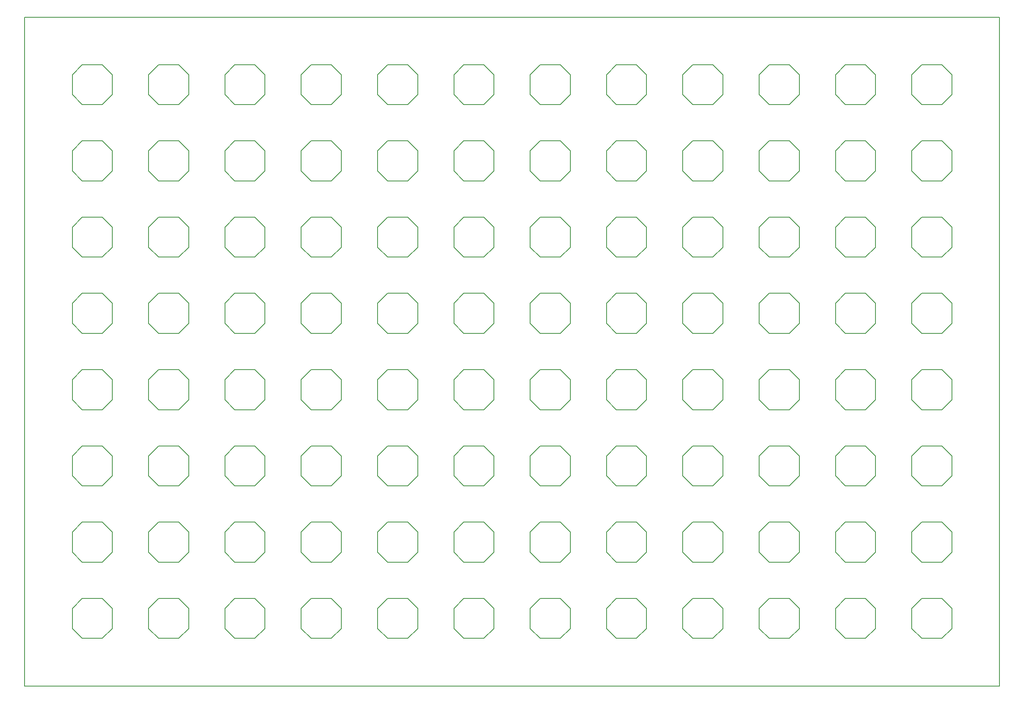
<source format=gko>
G04 DipTrace 2.4.0.2*
%INDRV2605panel2.gko*%
%MOIN*%
%ADD11C,0.0055*%
%FSLAX44Y44*%
G04*
G70*
G90*
G75*
G01*
%LNBoardOutline*%
%LPD*%
X3937Y6427D2*
D11*
X4757Y7257D1*
X6427D1*
X7257Y6427D1*
Y4767D1*
X6427Y3937D1*
X4757D1*
X3937Y4767D1*
Y6427D1*
X10257D2*
X11077Y7257D1*
X12747D1*
X13577Y6427D1*
Y4767D1*
X12747Y3937D1*
X11077D1*
X10257Y4767D1*
Y6427D1*
X16577D2*
X17397Y7257D1*
X19067D1*
X19897Y6427D1*
Y4767D1*
X19067Y3937D1*
X17397D1*
X16577Y4767D1*
Y6427D1*
X22897D2*
X23717Y7257D1*
X25387D1*
X26217Y6427D1*
Y4767D1*
X25387Y3937D1*
X23717D1*
X22897Y4767D1*
Y6427D1*
X29217D2*
X30037Y7257D1*
X31707D1*
X32537Y6427D1*
Y4767D1*
X31707Y3937D1*
X30037D1*
X29217Y4767D1*
Y6427D1*
X35537D2*
X36357Y7257D1*
X38027D1*
X38857Y6427D1*
Y4767D1*
X38027Y3937D1*
X36357D1*
X35537Y4767D1*
Y6427D1*
X41857D2*
X42677Y7257D1*
X44347D1*
X45177Y6427D1*
Y4767D1*
X44347Y3937D1*
X42677D1*
X41857Y4767D1*
Y6427D1*
X48177D2*
X48997Y7257D1*
X50667D1*
X51497Y6427D1*
Y4767D1*
X50667Y3937D1*
X48997D1*
X48177Y4767D1*
Y6427D1*
X54497D2*
X55317Y7257D1*
X56987D1*
X57817Y6427D1*
Y4767D1*
X56987Y3937D1*
X55317D1*
X54497Y4767D1*
Y6427D1*
X60817D2*
X61637Y7257D1*
X63307D1*
X64137Y6427D1*
Y4767D1*
X63307Y3937D1*
X61637D1*
X60817Y4767D1*
Y6427D1*
X67137D2*
X67957Y7257D1*
X69627D1*
X70457Y6427D1*
Y4767D1*
X69627Y3937D1*
X67957D1*
X67137Y4767D1*
Y6427D1*
X73457D2*
X74277Y7257D1*
X75947D1*
X76777Y6427D1*
Y4767D1*
X75947Y3937D1*
X74277D1*
X73457Y4767D1*
Y6427D1*
X3937Y12747D2*
X4757Y13577D1*
X6427D1*
X7257Y12747D1*
Y11087D1*
X6427Y10257D1*
X4757D1*
X3937Y11087D1*
Y12747D1*
X10257D2*
X11077Y13577D1*
X12747D1*
X13577Y12747D1*
Y11087D1*
X12747Y10257D1*
X11077D1*
X10257Y11087D1*
Y12747D1*
X16577D2*
X17397Y13577D1*
X19067D1*
X19897Y12747D1*
Y11087D1*
X19067Y10257D1*
X17397D1*
X16577Y11087D1*
Y12747D1*
X22897D2*
X23717Y13577D1*
X25387D1*
X26217Y12747D1*
Y11087D1*
X25387Y10257D1*
X23717D1*
X22897Y11087D1*
Y12747D1*
X29217D2*
X30037Y13577D1*
X31707D1*
X32537Y12747D1*
Y11087D1*
X31707Y10257D1*
X30037D1*
X29217Y11087D1*
Y12747D1*
X35537D2*
X36357Y13577D1*
X38027D1*
X38857Y12747D1*
Y11087D1*
X38027Y10257D1*
X36357D1*
X35537Y11087D1*
Y12747D1*
X41857D2*
X42677Y13577D1*
X44347D1*
X45177Y12747D1*
Y11087D1*
X44347Y10257D1*
X42677D1*
X41857Y11087D1*
Y12747D1*
X48177D2*
X48997Y13577D1*
X50667D1*
X51497Y12747D1*
Y11087D1*
X50667Y10257D1*
X48997D1*
X48177Y11087D1*
Y12747D1*
X54497D2*
X55317Y13577D1*
X56987D1*
X57817Y12747D1*
Y11087D1*
X56987Y10257D1*
X55317D1*
X54497Y11087D1*
Y12747D1*
X60817D2*
X61637Y13577D1*
X63307D1*
X64137Y12747D1*
Y11087D1*
X63307Y10257D1*
X61637D1*
X60817Y11087D1*
Y12747D1*
X67137D2*
X67957Y13577D1*
X69627D1*
X70457Y12747D1*
Y11087D1*
X69627Y10257D1*
X67957D1*
X67137Y11087D1*
Y12747D1*
X73457D2*
X74277Y13577D1*
X75947D1*
X76777Y12747D1*
Y11087D1*
X75947Y10257D1*
X74277D1*
X73457Y11087D1*
Y12747D1*
X3937Y19067D2*
X4757Y19897D1*
X6427D1*
X7257Y19067D1*
Y17407D1*
X6427Y16577D1*
X4757D1*
X3937Y17407D1*
Y19067D1*
X10257D2*
X11077Y19897D1*
X12747D1*
X13577Y19067D1*
Y17407D1*
X12747Y16577D1*
X11077D1*
X10257Y17407D1*
Y19067D1*
X16577D2*
X17397Y19897D1*
X19067D1*
X19897Y19067D1*
Y17407D1*
X19067Y16577D1*
X17397D1*
X16577Y17407D1*
Y19067D1*
X22897D2*
X23717Y19897D1*
X25387D1*
X26217Y19067D1*
Y17407D1*
X25387Y16577D1*
X23717D1*
X22897Y17407D1*
Y19067D1*
X29217D2*
X30037Y19897D1*
X31707D1*
X32537Y19067D1*
Y17407D1*
X31707Y16577D1*
X30037D1*
X29217Y17407D1*
Y19067D1*
X35537D2*
X36357Y19897D1*
X38027D1*
X38857Y19067D1*
Y17407D1*
X38027Y16577D1*
X36357D1*
X35537Y17407D1*
Y19067D1*
X41857D2*
X42677Y19897D1*
X44347D1*
X45177Y19067D1*
Y17407D1*
X44347Y16577D1*
X42677D1*
X41857Y17407D1*
Y19067D1*
X48177D2*
X48997Y19897D1*
X50667D1*
X51497Y19067D1*
Y17407D1*
X50667Y16577D1*
X48997D1*
X48177Y17407D1*
Y19067D1*
X54497D2*
X55317Y19897D1*
X56987D1*
X57817Y19067D1*
Y17407D1*
X56987Y16577D1*
X55317D1*
X54497Y17407D1*
Y19067D1*
X60817D2*
X61637Y19897D1*
X63307D1*
X64137Y19067D1*
Y17407D1*
X63307Y16577D1*
X61637D1*
X60817Y17407D1*
Y19067D1*
X67137D2*
X67957Y19897D1*
X69627D1*
X70457Y19067D1*
Y17407D1*
X69627Y16577D1*
X67957D1*
X67137Y17407D1*
Y19067D1*
X73457D2*
X74277Y19897D1*
X75947D1*
X76777Y19067D1*
Y17407D1*
X75947Y16577D1*
X74277D1*
X73457Y17407D1*
Y19067D1*
X3937Y25387D2*
X4757Y26217D1*
X6427D1*
X7257Y25387D1*
Y23727D1*
X6427Y22897D1*
X4757D1*
X3937Y23727D1*
Y25387D1*
X10257D2*
X11077Y26217D1*
X12747D1*
X13577Y25387D1*
Y23727D1*
X12747Y22897D1*
X11077D1*
X10257Y23727D1*
Y25387D1*
X16577D2*
X17397Y26217D1*
X19067D1*
X19897Y25387D1*
Y23727D1*
X19067Y22897D1*
X17397D1*
X16577Y23727D1*
Y25387D1*
X22897D2*
X23717Y26217D1*
X25387D1*
X26217Y25387D1*
Y23727D1*
X25387Y22897D1*
X23717D1*
X22897Y23727D1*
Y25387D1*
X29217D2*
X30037Y26217D1*
X31707D1*
X32537Y25387D1*
Y23727D1*
X31707Y22897D1*
X30037D1*
X29217Y23727D1*
Y25387D1*
X35537D2*
X36357Y26217D1*
X38027D1*
X38857Y25387D1*
Y23727D1*
X38027Y22897D1*
X36357D1*
X35537Y23727D1*
Y25387D1*
X41857D2*
X42677Y26217D1*
X44347D1*
X45177Y25387D1*
Y23727D1*
X44347Y22897D1*
X42677D1*
X41857Y23727D1*
Y25387D1*
X48177D2*
X48997Y26217D1*
X50667D1*
X51497Y25387D1*
Y23727D1*
X50667Y22897D1*
X48997D1*
X48177Y23727D1*
Y25387D1*
X54497D2*
X55317Y26217D1*
X56987D1*
X57817Y25387D1*
Y23727D1*
X56987Y22897D1*
X55317D1*
X54497Y23727D1*
Y25387D1*
X60817D2*
X61637Y26217D1*
X63307D1*
X64137Y25387D1*
Y23727D1*
X63307Y22897D1*
X61637D1*
X60817Y23727D1*
Y25387D1*
X67137D2*
X67957Y26217D1*
X69627D1*
X70457Y25387D1*
Y23727D1*
X69627Y22897D1*
X67957D1*
X67137Y23727D1*
Y25387D1*
X73457D2*
X74277Y26217D1*
X75947D1*
X76777Y25387D1*
Y23727D1*
X75947Y22897D1*
X74277D1*
X73457Y23727D1*
Y25387D1*
X3937Y31707D2*
X4757Y32537D1*
X6427D1*
X7257Y31707D1*
Y30047D1*
X6427Y29217D1*
X4757D1*
X3937Y30047D1*
Y31707D1*
X10257D2*
X11077Y32537D1*
X12747D1*
X13577Y31707D1*
Y30047D1*
X12747Y29217D1*
X11077D1*
X10257Y30047D1*
Y31707D1*
X16577D2*
X17397Y32537D1*
X19067D1*
X19897Y31707D1*
Y30047D1*
X19067Y29217D1*
X17397D1*
X16577Y30047D1*
Y31707D1*
X22897D2*
X23717Y32537D1*
X25387D1*
X26217Y31707D1*
Y30047D1*
X25387Y29217D1*
X23717D1*
X22897Y30047D1*
Y31707D1*
X29217D2*
X30037Y32537D1*
X31707D1*
X32537Y31707D1*
Y30047D1*
X31707Y29217D1*
X30037D1*
X29217Y30047D1*
Y31707D1*
X35537D2*
X36357Y32537D1*
X38027D1*
X38857Y31707D1*
Y30047D1*
X38027Y29217D1*
X36357D1*
X35537Y30047D1*
Y31707D1*
X41857D2*
X42677Y32537D1*
X44347D1*
X45177Y31707D1*
Y30047D1*
X44347Y29217D1*
X42677D1*
X41857Y30047D1*
Y31707D1*
X48177D2*
X48997Y32537D1*
X50667D1*
X51497Y31707D1*
Y30047D1*
X50667Y29217D1*
X48997D1*
X48177Y30047D1*
Y31707D1*
X54497D2*
X55317Y32537D1*
X56987D1*
X57817Y31707D1*
Y30047D1*
X56987Y29217D1*
X55317D1*
X54497Y30047D1*
Y31707D1*
X60817D2*
X61637Y32537D1*
X63307D1*
X64137Y31707D1*
Y30047D1*
X63307Y29217D1*
X61637D1*
X60817Y30047D1*
Y31707D1*
X67137D2*
X67957Y32537D1*
X69627D1*
X70457Y31707D1*
Y30047D1*
X69627Y29217D1*
X67957D1*
X67137Y30047D1*
Y31707D1*
X73457D2*
X74277Y32537D1*
X75947D1*
X76777Y31707D1*
Y30047D1*
X75947Y29217D1*
X74277D1*
X73457Y30047D1*
Y31707D1*
X3937Y38027D2*
X4757Y38857D1*
X6427D1*
X7257Y38027D1*
Y36367D1*
X6427Y35537D1*
X4757D1*
X3937Y36367D1*
Y38027D1*
X10257D2*
X11077Y38857D1*
X12747D1*
X13577Y38027D1*
Y36367D1*
X12747Y35537D1*
X11077D1*
X10257Y36367D1*
Y38027D1*
X16577D2*
X17397Y38857D1*
X19067D1*
X19897Y38027D1*
Y36367D1*
X19067Y35537D1*
X17397D1*
X16577Y36367D1*
Y38027D1*
X22897D2*
X23717Y38857D1*
X25387D1*
X26217Y38027D1*
Y36367D1*
X25387Y35537D1*
X23717D1*
X22897Y36367D1*
Y38027D1*
X29217D2*
X30037Y38857D1*
X31707D1*
X32537Y38027D1*
Y36367D1*
X31707Y35537D1*
X30037D1*
X29217Y36367D1*
Y38027D1*
X35537D2*
X36357Y38857D1*
X38027D1*
X38857Y38027D1*
Y36367D1*
X38027Y35537D1*
X36357D1*
X35537Y36367D1*
Y38027D1*
X41857D2*
X42677Y38857D1*
X44347D1*
X45177Y38027D1*
Y36367D1*
X44347Y35537D1*
X42677D1*
X41857Y36367D1*
Y38027D1*
X48177D2*
X48997Y38857D1*
X50667D1*
X51497Y38027D1*
Y36367D1*
X50667Y35537D1*
X48997D1*
X48177Y36367D1*
Y38027D1*
X54497D2*
X55317Y38857D1*
X56987D1*
X57817Y38027D1*
Y36367D1*
X56987Y35537D1*
X55317D1*
X54497Y36367D1*
Y38027D1*
X60817D2*
X61637Y38857D1*
X63307D1*
X64137Y38027D1*
Y36367D1*
X63307Y35537D1*
X61637D1*
X60817Y36367D1*
Y38027D1*
X67137D2*
X67957Y38857D1*
X69627D1*
X70457Y38027D1*
Y36367D1*
X69627Y35537D1*
X67957D1*
X67137Y36367D1*
Y38027D1*
X73457D2*
X74277Y38857D1*
X75947D1*
X76777Y38027D1*
Y36367D1*
X75947Y35537D1*
X74277D1*
X73457Y36367D1*
Y38027D1*
X3937Y44347D2*
X4757Y45177D1*
X6427D1*
X7257Y44347D1*
Y42687D1*
X6427Y41857D1*
X4757D1*
X3937Y42687D1*
Y44347D1*
X10257D2*
X11077Y45177D1*
X12747D1*
X13577Y44347D1*
Y42687D1*
X12747Y41857D1*
X11077D1*
X10257Y42687D1*
Y44347D1*
X16577D2*
X17397Y45177D1*
X19067D1*
X19897Y44347D1*
Y42687D1*
X19067Y41857D1*
X17397D1*
X16577Y42687D1*
Y44347D1*
X22897D2*
X23717Y45177D1*
X25387D1*
X26217Y44347D1*
Y42687D1*
X25387Y41857D1*
X23717D1*
X22897Y42687D1*
Y44347D1*
X29217D2*
X30037Y45177D1*
X31707D1*
X32537Y44347D1*
Y42687D1*
X31707Y41857D1*
X30037D1*
X29217Y42687D1*
Y44347D1*
X35537D2*
X36357Y45177D1*
X38027D1*
X38857Y44347D1*
Y42687D1*
X38027Y41857D1*
X36357D1*
X35537Y42687D1*
Y44347D1*
X41857D2*
X42677Y45177D1*
X44347D1*
X45177Y44347D1*
Y42687D1*
X44347Y41857D1*
X42677D1*
X41857Y42687D1*
Y44347D1*
X48177D2*
X48997Y45177D1*
X50667D1*
X51497Y44347D1*
Y42687D1*
X50667Y41857D1*
X48997D1*
X48177Y42687D1*
Y44347D1*
X54497D2*
X55317Y45177D1*
X56987D1*
X57817Y44347D1*
Y42687D1*
X56987Y41857D1*
X55317D1*
X54497Y42687D1*
Y44347D1*
X60817D2*
X61637Y45177D1*
X63307D1*
X64137Y44347D1*
Y42687D1*
X63307Y41857D1*
X61637D1*
X60817Y42687D1*
Y44347D1*
X67137D2*
X67957Y45177D1*
X69627D1*
X70457Y44347D1*
Y42687D1*
X69627Y41857D1*
X67957D1*
X67137Y42687D1*
Y44347D1*
X73457D2*
X74277Y45177D1*
X75947D1*
X76777Y44347D1*
Y42687D1*
X75947Y41857D1*
X74277D1*
X73457Y42687D1*
Y44347D1*
X3937Y50667D2*
X4757Y51497D1*
X6427D1*
X7257Y50667D1*
Y49007D1*
X6427Y48177D1*
X4757D1*
X3937Y49007D1*
Y50667D1*
X10257D2*
X11077Y51497D1*
X12747D1*
X13577Y50667D1*
Y49007D1*
X12747Y48177D1*
X11077D1*
X10257Y49007D1*
Y50667D1*
X16577D2*
X17397Y51497D1*
X19067D1*
X19897Y50667D1*
Y49007D1*
X19067Y48177D1*
X17397D1*
X16577Y49007D1*
Y50667D1*
X22897D2*
X23717Y51497D1*
X25387D1*
X26217Y50667D1*
Y49007D1*
X25387Y48177D1*
X23717D1*
X22897Y49007D1*
Y50667D1*
X29217D2*
X30037Y51497D1*
X31707D1*
X32537Y50667D1*
Y49007D1*
X31707Y48177D1*
X30037D1*
X29217Y49007D1*
Y50667D1*
X35537D2*
X36357Y51497D1*
X38027D1*
X38857Y50667D1*
Y49007D1*
X38027Y48177D1*
X36357D1*
X35537Y49007D1*
Y50667D1*
X41857D2*
X42677Y51497D1*
X44347D1*
X45177Y50667D1*
Y49007D1*
X44347Y48177D1*
X42677D1*
X41857Y49007D1*
Y50667D1*
X48177D2*
X48997Y51497D1*
X50667D1*
X51497Y50667D1*
Y49007D1*
X50667Y48177D1*
X48997D1*
X48177Y49007D1*
Y50667D1*
X54497D2*
X55317Y51497D1*
X56987D1*
X57817Y50667D1*
Y49007D1*
X56987Y48177D1*
X55317D1*
X54497Y49007D1*
Y50667D1*
X60817D2*
X61637Y51497D1*
X63307D1*
X64137Y50667D1*
Y49007D1*
X63307Y48177D1*
X61637D1*
X60817Y49007D1*
Y50667D1*
X67137D2*
X67957Y51497D1*
X69627D1*
X70457Y50667D1*
Y49007D1*
X69627Y48177D1*
X67957D1*
X67137Y49007D1*
Y50667D1*
X73457D2*
X74277Y51497D1*
X75947D1*
X76777Y50667D1*
Y49007D1*
X75947Y48177D1*
X74277D1*
X73457Y49007D1*
Y50667D1*
X0Y55434D2*
X80714D1*
Y0D1*
X0D1*
Y55434D1*
M02*

</source>
